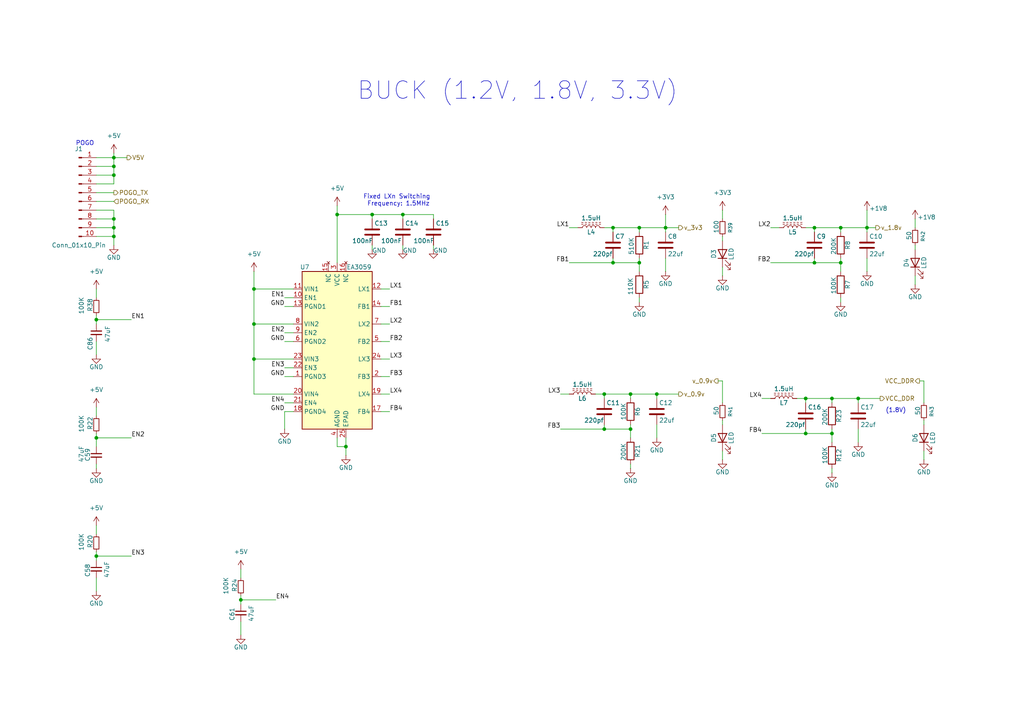
<source format=kicad_sch>
(kicad_sch (version 20250114) (generator "eeschema") (generator_version "9.0")
  (paper "A4")
  (lib_symbols
    (symbol "Connector:Conn_01x10_Pin" (pin_names (offset 1.016) (hide yes))
      (property "Reference" "J" (at 0 12.7 0))
      (property "Value" "Conn_01x10_Pin" (at 0 -15.24 0))
      (symbol "Conn_01x10_Pin_1_1"
        (rectangle (start 0.8636 10.287) (end 0 10.033) (stroke (width 0.1524)) (fill (type outline)))
        (rectangle (start 0.8636 7.747) (end 0 7.493) (stroke (width 0.1524)) (fill (type outline)))
        (rectangle (start 0.8636 5.207) (end 0 4.953) (stroke (width 0.1524)) (fill (type outline)))
        (rectangle (start 0.8636 2.667) (end 0 2.413) (stroke (width 0.1524)) (fill (type outline)))
        (rectangle (start 0.8636 0.127) (end 0 -0.127) (stroke (width 0.1524)) (fill (type outline)))
        (rectangle (start 0.8636 -2.413) (end 0 -2.667) (stroke (width 0.1524)) (fill (type outline)))
        (rectangle (start 0.8636 -4.953) (end 0 -5.207) (stroke (width 0.1524)) (fill (type outline)))
        (rectangle (start 0.8636 -7.493) (end 0 -7.747) (stroke (width 0.1524)) (fill (type outline)))
        (rectangle (start 0.8636 -10.033) (end 0 -10.287) (stroke (width 0.1524)) (fill (type outline)))
        (rectangle (start 0.8636 -12.573) (end 0 -12.827) (stroke (width 0.1524)) (fill (type outline)))
        (polyline (pts (xy 1.27 10.16) (xy 0.8636 10.16)) (stroke (width 0.1524)))
        (polyline (pts (xy 1.27 7.62) (xy 0.8636 7.62)) (stroke (width 0.1524)))
        (polyline (pts (xy 1.27 5.08) (xy 0.8636 5.08)) (stroke (width 0.1524)))
        (polyline (pts (xy 1.27 2.54) (xy 0.8636 2.54)) (stroke (width 0.1524)))
        (polyline (pts (xy 1.27 0) (xy 0.8636 0)) (stroke (width 0.1524)))
        (polyline (pts (xy 1.27 -2.54) (xy 0.8636 -2.54)) (stroke (width 0.1524)))
        (polyline (pts (xy 1.27 -5.08) (xy 0.8636 -5.08)) (stroke (width 0.1524)))
        (polyline (pts (xy 1.27 -7.62) (xy 0.8636 -7.62)) (stroke (width 0.1524)))
        (polyline (pts (xy 1.27 -10.16) (xy 0.8636 -10.16)) (stroke (width 0.1524)))
        (polyline (pts (xy 1.27 -12.7) (xy 0.8636 -12.7)) (stroke (width 0.1524)))
        (pin passive line (at 5.08 10.16 180) (length 3.81) (name "Pin_1") (number "1"))
        (pin passive line (at 5.08 7.62 180) (length 3.81) (name "Pin_2") (number "2"))
        (pin passive line (at 5.08 5.08 180) (length 3.81) (name "Pin_3") (number "3"))
        (pin passive line (at 5.08 2.54 180) (length 3.81) (name "Pin_4") (number "4"))
        (pin passive line (at 5.08 0 180) (length 3.81) (name "Pin_5") (number "5"))
        (pin passive line (at 5.08 -2.54 180) (length 3.81) (name "Pin_6") (number "6"))
        (pin passive line (at 5.08 -5.08 180) (length 3.81) (name "Pin_7") (number "7"))
        (pin passive line (at 5.08 -7.62 180) (length 3.81) (name "Pin_8") (number "8"))
        (pin passive line (at 5.08 -10.16 180) (length 3.81) (name "Pin_9") (number "9"))
        (pin passive line (at 5.08 -12.7 180) (length 3.81) (name "Pin_10") (number "10"))
      )
    )
    (symbol "Device:C" (pin_numbers (hide yes)) (pin_names (offset 0.254))
      (property "Reference" "C" (at 0.635 2.54 0))
      (property "Value" "C" (at 0.635 -2.54 0))
      (symbol "C_0_1"
        (polyline (pts (xy -2.032 0.762) (xy 2.032 0.762)) (stroke (width 0.508)))
        (polyline (pts (xy -2.032 -0.762) (xy 2.032 -0.762)) (stroke (width 0.508)))
      )
      (symbol "C_1_1"
        (pin passive line (at 0 3.81 270) (length 2.794) (name "~") (number "1"))
        (pin passive line (at 0 -3.81 90) (length 2.794) (name "~") (number "2"))
      )
    )
    (symbol "Device:C_Small" (pin_numbers (hide yes)) (pin_names (offset 0.254) (hide yes))
      (property "Reference" "C" (at 0.254 1.778 0))
      (property "Value" "C_Small" (at 0.254 -2.032 0))
      (symbol "C_Small_0_1"
        (polyline (pts (xy -1.524 0.508) (xy 1.524 0.508)) (stroke (width 0.3048)))
        (polyline (pts (xy -1.524 -0.508) (xy 1.524 -0.508)) (stroke (width 0.3302)))
      )
      (symbol "C_Small_1_1"
        (pin passive line (at 0 2.54 270) (length 2.032) (name "~") (number "1"))
        (pin passive line (at 0 -2.54 90) (length 2.032) (name "~") (number "2"))
      )
    )
    (symbol "Device:LED" (pin_numbers (hide yes)) (pin_names (offset 1.016) (hide yes))
      (property "Reference" "D" (at 0 2.54 0))
      (property "Value" "LED" (at 0 -2.54 0))
      (symbol "LED_0_1"
        (polyline (pts (xy -3.048 -0.762) (xy -4.572 -2.286) (xy -3.81 -2.286) (xy -4.572 -2.286) (xy -4.572 -1.524)))
        (polyline (pts (xy -1.778 -0.762) (xy -3.302 -2.286) (xy -2.54 -2.286) (xy -3.302 -2.286) (xy -3.302 -1.524)))
        (polyline (pts (xy -1.27 0) (xy 1.27 0)))
        (polyline (pts (xy -1.27 -1.27) (xy -1.27 1.27)) (stroke (width 0.254)))
        (polyline (pts (xy 1.27 -1.27) (xy 1.27 1.27) (xy -1.27 0) (xy 1.27 -1.27)) (stroke (width 0.254)))
      )
      (symbol "LED_1_1"
        (pin passive line (at -3.81 0 0) (length 2.54) (name "K") (number "1"))
        (pin passive line (at 3.81 0 180) (length 2.54) (name "A") (number "2"))
      )
    )
    (symbol "Device:L_Ferrite" (pin_numbers (hide yes)) (pin_names (offset 1.016) (hide yes))
      (property "Reference" "L" (at -1.27 0 90))
      (property "Value" "L_Ferrite" (at 2.794 0 90))
      (symbol "L_Ferrite_0_1"
        (arc (start 0 2.54) (mid 0.6323 1.905) (end 0 1.27))
        (arc (start 0 1.27) (mid 0.6323 0.635) (end 0 0))
        (arc (start 0 0) (mid 0.6323 -0.635) (end 0 -1.27))
        (arc (start 0 -1.27) (mid 0.6323 -1.905) (end 0 -2.54))
        (polyline (pts (xy 1.016 2.286) (xy 1.016 2.794)))
        (polyline (pts (xy 1.016 1.27) (xy 1.016 1.778)))
        (polyline (pts (xy 1.016 0.254) (xy 1.016 0.762)))
        (polyline (pts (xy 1.016 -0.762) (xy 1.016 -0.254)))
        (polyline (pts (xy 1.016 -1.778) (xy 1.016 -1.27)))
        (polyline (pts (xy 1.016 -2.794) (xy 1.016 -2.286)))
        (polyline (pts (xy 1.524 2.794) (xy 1.524 2.286)))
        (polyline (pts (xy 1.524 1.778) (xy 1.524 1.27)))
        (polyline (pts (xy 1.524 0.762) (xy 1.524 0.254)))
        (polyline (pts (xy 1.524 -0.254) (xy 1.524 -0.762)))
        (polyline (pts (xy 1.524 -1.27) (xy 1.524 -1.778)))
        (polyline (pts (xy 1.524 -2.286) (xy 1.524 -2.794)))
      )
      (symbol "L_Ferrite_1_1"
        (pin passive line (at 0 3.81 270) (length 1.27) (name "1") (number "1"))
        (pin passive line (at 0 -3.81 90) (length 1.27) (name "2") (number "2"))
      )
    )
    (symbol "Device:R" (pin_numbers (hide yes)) (pin_names (offset 0))
      (property "Reference" "R" (at 2.032 0 90))
      (property "Value" "R" (at 0 0 90))
      (symbol "R_0_1"
        (rectangle (start -1.016 -2.54) (end 1.016 2.54) (stroke (width 0.254)))
      )
      (symbol "R_1_1"
        (pin passive line (at 0 3.81 270) (length 1.27) (name "~") (number "1"))
        (pin passive line (at 0 -3.81 90) (length 1.27) (name "~") (number "2"))
      )
    )
    (symbol "Device:R_Small" (pin_numbers (hide yes)) (pin_names (offset 0.254) (hide yes))
      (property "Reference" "R" (at 0.762 0.508 0))
      (property "Value" "R_Small" (at 0.762 -1.016 0))
      (symbol "R_Small_0_1"
        (rectangle (start -0.762 1.778) (end 0.762 -1.778) (stroke (width 0.2032)))
      )
      (symbol "R_Small_1_1"
        (pin passive line (at 0 2.54 270) (length 0.762) (name "~") (number "1"))
        (pin passive line (at 0 -2.54 90) (length 0.762) (name "~") (number "2"))
      )
    )
    (symbol "R_Small_3" (pin_numbers (hide yes)) (pin_names (offset 0.254) (hide yes))
      (property "Reference" "R" (at 0 0 90))
      (property "Value" "R_Small" (at 1.778 0 90))
      (symbol "R_Small_3_0_1"
        (rectangle (start -0.762 1.778) (end 0.762 -1.778) (stroke (width 0.2032)))
      )
      (symbol "R_Small_3_1_1"
        (pin passive line (at 0 2.54 270) (length 0.762) (name "~") (number "1"))
        (pin passive line (at 0 -2.54 90) (length 0.762) (name "~") (number "2"))
      )
    )
    (symbol "pondo_sch:EA3059"
      (property "Reference" "U7" (at -9.398 24.13 0))
      (property "Value" "EA3059" (at 6.35 24.13 0))
      (property "#LCSC" "C111586" (at 0 0 0))
      (symbol "EA3059_1_1"
        (rectangle (start -10.16 22.86) (end 10.16 -22.86) (stroke (width 0.254)) (fill (type background)))
        (pin power_in line (at -12.7 17.78 0) (length 2.54) (name "VIN1") (number "11"))
        (pin input line (at -12.7 15.24 0) (length 2.54) (name "EN1") (number "10"))
        (pin power_in line (at -12.7 12.7 0) (length 2.54) (name "PGND1") (number "13"))
        (pin power_in line (at -12.7 7.62 0) (length 2.54) (name "VIN2") (number "8"))
        (pin input line (at -12.7 5.08 0) (length 2.54) (name "EN2") (number "9"))
        (pin power_in line (at -12.7 2.54 0) (length 2.54) (name "PGND2") (number "6"))
        (pin power_in line (at -12.7 -2.54 0) (length 2.54) (name "VIN3") (number "23"))
        (pin input line (at -12.7 -5.08 0) (length 2.54) (name "EN3") (number "22"))
        (pin power_in line (at -12.7 -7.62 0) (length 2.54) (name "PGND3") (number "1"))
        (pin power_in line (at -12.7 -12.7 0) (length 2.54) (name "VIN4") (number "20"))
        (pin input line (at -12.7 -15.24 0) (length 2.54) (name "EN4") (number "21"))
        (pin power_in line (at -12.7 -17.78 0) (length 2.54) (name "PGND4") (number "18"))
        (pin no_connect line (at -5.08 -22.86 90) (length 2.54) (hide yes) (name "NC") (number "17"))
        (pin no_connect line (at -2.54 25.4 270) (length 2.54) (name "NC") (number "15"))
        (pin no_connect line (at -2.54 -22.86 90) (length 2.54) (hide yes) (name "NC") (number "18"))
        (pin power_in line (at 0 25.4 270) (length 2.54) (name "VCC") (number "3"))
        (pin power_in line (at 0 -25.4 90) (length 2.54) (name "AGND") (number "4"))
        (pin no_connect line (at 2.54 25.4 270) (length 2.54) (name "NC") (number "16"))
        (pin passive line (at 2.54 -25.4 90) (length 2.54) (name "EPAD") (number "25"))
        (pin power_out line (at 12.7 17.78 180) (length 2.54) (name "LX1") (number "12"))
        (pin input line (at 12.7 12.7 180) (length 2.54) (name "FB1") (number "14"))
        (pin power_out line (at 12.7 7.62 180) (length 2.54) (name "LX2") (number "7"))
        (pin input line (at 12.7 2.54 180) (length 2.54) (name "FB2") (number "5"))
        (pin power_out line (at 12.7 -2.54 180) (length 2.54) (name "LX3") (number "24"))
        (pin input line (at 12.7 -7.62 180) (length 2.54) (name "FB3") (number "2"))
        (pin power_out line (at 12.7 -12.7 180) (length 2.54) (name "LX4") (number "19"))
        (pin input line (at 12.7 -17.78 180) (length 2.54) (name "FB4") (number "17"))
      )
    )
    (symbol "power:+1V8" (power) (pin_numbers (hide yes)) (pin_names (offset 0) (hide yes))
      (property "Value" "+1V8" (at 0 3.556 0))
      (symbol "+1V8_0_1"
        (polyline (pts (xy -0.762 1.27) (xy 0 2.54)))
        (polyline (pts (xy 0 2.54) (xy 0.762 1.27)))
        (polyline (pts (xy 0 0) (xy 0 2.54)))
      )
      (symbol "+1V8_1_1"
        (pin power_in line (at 0 0 90) (length 0) (name "~") (number "1"))
      )
    )
    (symbol "power:+3V3" (power) (pin_numbers (hide yes)) (pin_names (offset 0) (hide yes))
      (property "Value" "+3V3" (at 0 3.556 0))
      (symbol "+3V3_0_1"
        (polyline (pts (xy -0.762 1.27) (xy 0 2.54)))
        (polyline (pts (xy 0 2.54) (xy 0.762 1.27)))
        (polyline (pts (xy 0 0) (xy 0 2.54)))
      )
      (symbol "+3V3_1_1"
        (pin power_in line (at 0 0 90) (length 0) (name "~") (number "1"))
      )
    )
    (symbol "power:+5V" (power) (pin_numbers (hide yes)) (pin_names (offset 0) (hide yes))
      (property "Value" "+5V" (at 0 3.556 0))
      (symbol "+5V_0_1"
        (polyline (pts (xy -0.762 1.27) (xy 0 2.54)))
        (polyline (pts (xy 0 2.54) (xy 0.762 1.27)))
        (polyline (pts (xy 0 0) (xy 0 2.54)))
      )
      (symbol "+5V_1_1"
        (pin power_in line (at 0 0 90) (length 0) (name "~") (number "1"))
      )
    )
    (symbol "power:GND" (power) (pin_numbers (hide yes)) (pin_names (offset 0) (hide yes))
      (property "Value" "GND" (at 0 -3.81 0))
      (symbol "GND_0_1"
        (polyline (pts (xy 0 0) (xy 0 -1.27) (xy 1.27 -1.27) (xy 0 -2.54) (xy -1.27 -1.27) (xy 0 -1.27)))
      )
      (symbol "GND_1_1"
        (pin power_in line (at 0 0 270) (length 0) (name "~") (number "1"))
      )
    )
  )
  (text "BUCK (1.2V, 1.8V, 3.3V)" (at 150.114 26.416 0) (effects (font (size 5.08 5.08))))
  (text "Fixed LXn Switching \nFrequency: 1.5MHz" (at 115.57 58.166 0) (effects (font (size 1.27 1.27))))
  (text "(1.8V)\n" (at 259.842 119.126 0) (effects (font (size 1.27 1.27))))
  (text "POGO\n" (at 24.638 41.656 0) (effects (font (size 1.27 1.27))))
  (junction (at 233.68 115.57))
  (junction (at 185.42 66.04))
  (junction (at 33.02 50.8))
  (junction (at 100.33 129.54))
  (junction (at 241.3 125.73))
  (junction (at 190.5 114.3))
  (junction (at 175.26 114.3))
  (junction (at 116.84 62.23))
  (junction (at 27.94 127))
  (junction (at 33.02 66.04))
  (junction (at 251.46 66.04))
  (junction (at 233.68 125.73))
  (junction (at 182.88 114.3))
  (junction (at 177.8 76.2))
  (junction (at 33.02 68.58))
  (junction (at 182.88 124.46))
  (junction (at 97.79 62.23))
  (junction (at 243.84 66.04))
  (junction (at 73.66 83.82))
  (junction (at 73.66 93.98))
  (junction (at 241.3 115.57))
  (junction (at 33.02 63.5))
  (junction (at 248.92 115.57))
  (junction (at 177.8 66.04))
  (junction (at 243.84 76.2))
  (junction (at 73.66 104.14))
  (junction (at 33.02 45.72))
  (junction (at 236.22 66.04))
  (junction (at 33.02 48.26))
  (junction (at 107.95 62.23))
  (junction (at 69.85 173.99))
  (junction (at 236.22 76.2))
  (junction (at 27.94 92.71))
  (junction (at 185.42 76.2))
  (junction (at 27.94 161.29))
  (junction (at 175.26 124.46))
  (junction (at 193.04 66.04))
  (wire (pts (xy 82.55 119.38) (xy 85.09 119.38)))
  (wire (pts (xy 27.94 92.71) (xy 27.94 93.98)))
  (wire (pts (xy 82.55 99.06) (xy 85.09 99.06)))
  (wire (pts (xy 265.43 80.01) (xy 265.43 82.55)))
  (wire (pts (xy 27.94 68.58) (xy 33.02 68.58)))
  (wire (pts (xy 33.02 68.58) (xy 33.02 71.12)))
  (wire (pts (xy 220.98 115.57) (xy 223.52 115.57)))
  (wire (pts (xy 125.73 62.23) (xy 116.84 62.23)))
  (wire (pts (xy 251.46 66.04) (xy 254 66.04)))
  (wire (pts (xy 177.8 76.2) (xy 185.42 76.2)))
  (wire (pts (xy 27.94 127) (xy 27.94 129.54)))
  (wire (pts (xy 27.94 167.64) (xy 27.94 171.45)))
  (wire (pts (xy 110.49 83.82) (xy 113.03 83.82)))
  (wire (pts (xy 33.02 45.72) (xy 33.02 48.26)))
  (wire (pts (xy 110.49 88.9) (xy 113.03 88.9)))
  (wire (pts (xy 27.94 55.88) (xy 33.02 55.88)))
  (wire (pts (xy 82.55 116.84) (xy 85.09 116.84)))
  (wire (pts (xy 251.46 60.96) (xy 251.46 66.04)))
  (wire (pts (xy 190.5 114.3) (xy 182.88 114.3)))
  (wire (pts (xy 209.55 110.49) (xy 209.55 116.84)))
  (wire (pts (xy 27.94 160.02) (xy 27.94 161.29)))
  (wire (pts (xy 182.88 124.46) (xy 182.88 123.19)))
  (wire (pts (xy 241.3 135.89) (xy 241.3 137.16)))
  (wire (pts (xy 82.55 88.9) (xy 85.09 88.9)))
  (wire (pts (xy 175.26 123.19) (xy 175.26 124.46)))
  (wire (pts (xy 267.97 121.92) (xy 267.97 123.19)))
  (wire (pts (xy 73.66 93.98) (xy 73.66 83.82)))
  (wire (pts (xy 27.94 83.82) (xy 27.94 86.36)))
  (wire (pts (xy 85.09 93.98) (xy 73.66 93.98)))
  (wire (pts (xy 33.02 66.04) (xy 33.02 68.58)))
  (wire (pts (xy 223.52 76.2) (xy 236.22 76.2)))
  (wire (pts (xy 27.94 50.8) (xy 33.02 50.8)))
  (wire (pts (xy 107.95 63.5) (xy 107.95 62.23)))
  (wire (pts (xy 69.85 180.34) (xy 69.85 184.15)))
  (wire (pts (xy 236.22 66.04) (xy 236.22 67.31)))
  (wire (pts (xy 85.09 114.3) (xy 73.66 114.3)))
  (wire (pts (xy 69.85 173.99) (xy 69.85 175.26)))
  (wire (pts (xy 193.04 66.04) (xy 185.42 66.04)))
  (wire (pts (xy 27.94 60.96) (xy 33.02 60.96)))
  (wire (pts (xy 241.3 125.73) (xy 241.3 128.27)))
  (wire (pts (xy 190.5 115.57) (xy 190.5 114.3)))
  (wire (pts (xy 248.92 115.57) (xy 241.3 115.57)))
  (wire (pts (xy 251.46 67.31) (xy 251.46 66.04)))
  (wire (pts (xy 100.33 129.54) (xy 100.33 132.08)))
  (wire (pts (xy 241.3 125.73) (xy 241.3 124.46)))
  (wire (pts (xy 27.94 118.11) (xy 27.94 120.65)))
  (wire (pts (xy 220.98 125.73) (xy 233.68 125.73)))
  (wire (pts (xy 165.1 76.2) (xy 177.8 76.2)))
  (wire (pts (xy 162.56 124.46) (xy 175.26 124.46)))
  (wire (pts (xy 97.79 129.54) (xy 100.33 129.54)))
  (wire (pts (xy 82.55 106.68) (xy 85.09 106.68)))
  (wire (pts (xy 165.1 66.04) (xy 167.64 66.04)))
  (wire (pts (xy 243.84 76.2) (xy 243.84 78.74)))
  (wire (pts (xy 110.49 109.22) (xy 113.03 109.22)))
  (wire (pts (xy 241.3 116.84) (xy 241.3 115.57)))
  (wire (pts (xy 175.26 66.04) (xy 177.8 66.04)))
  (wire (pts (xy 33.02 60.96) (xy 33.02 63.5)))
  (wire (pts (xy 27.94 127) (xy 38.1 127)))
  (wire (pts (xy 73.66 83.82) (xy 85.09 83.82)))
  (wire (pts (xy 265.43 71.12) (xy 265.43 72.39)))
  (wire (pts (xy 82.55 86.36) (xy 85.09 86.36)))
  (wire (pts (xy 116.84 63.5) (xy 116.84 62.23)))
  (wire (pts (xy 209.55 110.49) (xy 208.28 110.49)))
  (wire (pts (xy 125.73 71.12) (xy 125.73 72.39)))
  (wire (pts (xy 97.79 59.69) (xy 97.79 62.23)))
  (wire (pts (xy 251.46 66.04) (xy 243.84 66.04)))
  (wire (pts (xy 231.14 115.57) (xy 233.68 115.57)))
  (wire (pts (xy 233.68 115.57) (xy 233.68 116.84)))
  (wire (pts (xy 177.8 74.93) (xy 177.8 76.2)))
  (wire (pts (xy 233.68 66.04) (xy 236.22 66.04)))
  (wire (pts (xy 107.95 71.12) (xy 107.95 72.39)))
  (wire (pts (xy 97.79 127) (xy 97.79 129.54)))
  (wire (pts (xy 193.04 67.31) (xy 193.04 66.04)))
  (wire (pts (xy 182.88 134.62) (xy 182.88 135.89)))
  (wire (pts (xy 241.3 115.57) (xy 233.68 115.57)))
  (wire (pts (xy 27.94 161.29) (xy 27.94 162.56)))
  (wire (pts (xy 33.02 50.8) (xy 33.02 53.34)))
  (wire (pts (xy 175.26 114.3) (xy 175.26 115.57)))
  (wire (pts (xy 267.97 110.49) (xy 267.97 116.84)))
  (wire (pts (xy 193.04 74.93) (xy 193.04 78.74)))
  (wire (pts (xy 73.66 114.3) (xy 73.66 104.14)))
  (wire (pts (xy 73.66 104.14) (xy 73.66 93.98)))
  (wire (pts (xy 193.04 66.04) (xy 196.85 66.04)))
  (wire (pts (xy 107.95 62.23) (xy 116.84 62.23)))
  (wire (pts (xy 69.85 165.1) (xy 69.85 167.64)))
  (wire (pts (xy 209.55 121.92) (xy 209.55 123.19)))
  (wire (pts (xy 107.95 62.23) (xy 97.79 62.23)))
  (wire (pts (xy 125.73 63.5) (xy 125.73 62.23)))
  (wire (pts (xy 110.49 93.98) (xy 113.03 93.98)))
  (wire (pts (xy 27.94 63.5) (xy 33.02 63.5)))
  (wire (pts (xy 36.83 45.72) (xy 33.02 45.72)))
  (wire (pts (xy 172.72 114.3) (xy 175.26 114.3)))
  (wire (pts (xy 267.97 110.49) (xy 266.7 110.49)))
  (wire (pts (xy 243.84 76.2) (xy 243.84 74.93)))
  (wire (pts (xy 193.04 62.23) (xy 193.04 66.04)))
  (wire (pts (xy 243.84 67.31) (xy 243.84 66.04)))
  (wire (pts (xy 233.68 125.73) (xy 241.3 125.73)))
  (wire (pts (xy 110.49 119.38) (xy 113.03 119.38)))
  (wire (pts (xy 185.42 76.2) (xy 185.42 74.93)))
  (wire (pts (xy 27.94 134.62) (xy 27.94 135.89)))
  (wire (pts (xy 27.94 91.44) (xy 27.94 92.71)))
  (wire (pts (xy 223.52 66.04) (xy 226.06 66.04)))
  (wire (pts (xy 209.55 130.81) (xy 209.55 133.35)))
  (wire (pts (xy 243.84 66.04) (xy 236.22 66.04)))
  (wire (pts (xy 267.97 130.81) (xy 267.97 133.35)))
  (wire (pts (xy 248.92 124.46) (xy 248.92 128.27)))
  (wire (pts (xy 82.55 124.46) (xy 82.55 119.38)))
  (wire (pts (xy 236.22 74.93) (xy 236.22 76.2)))
  (wire (pts (xy 182.88 114.3) (xy 175.26 114.3)))
  (wire (pts (xy 265.43 63.5) (xy 265.43 66.04)))
  (wire (pts (xy 190.5 114.3) (xy 196.85 114.3)))
  (wire (pts (xy 85.09 104.14) (xy 73.66 104.14)))
  (wire (pts (xy 27.94 58.42) (xy 33.02 58.42)))
  (wire (pts (xy 27.94 48.26) (xy 33.02 48.26)))
  (wire (pts (xy 185.42 76.2) (xy 185.42 78.74)))
  (wire (pts (xy 110.49 114.3) (xy 113.03 114.3)))
  (wire (pts (xy 185.42 66.04) (xy 177.8 66.04)))
  (wire (pts (xy 182.88 124.46) (xy 182.88 127)))
  (wire (pts (xy 251.46 74.93) (xy 251.46 78.74)))
  (wire (pts (xy 243.84 86.36) (xy 243.84 87.63)))
  (wire (pts (xy 100.33 127) (xy 100.33 129.54)))
  (wire (pts (xy 27.94 45.72) (xy 33.02 45.72)))
  (wire (pts (xy 185.42 67.31) (xy 185.42 66.04)))
  (wire (pts (xy 27.94 125.73) (xy 27.94 127)))
  (wire (pts (xy 33.02 63.5) (xy 33.02 66.04)))
  (wire (pts (xy 33.02 53.34) (xy 27.94 53.34)))
  (wire (pts (xy 209.55 68.58) (xy 209.55 69.85)))
  (wire (pts (xy 33.02 44.45) (xy 33.02 45.72)))
  (wire (pts (xy 73.66 78.74) (xy 73.66 83.82)))
  (wire (pts (xy 248.92 116.84) (xy 248.92 115.57)))
  (wire (pts (xy 82.55 96.52) (xy 85.09 96.52)))
  (wire (pts (xy 27.94 66.04) (xy 33.02 66.04)))
  (wire (pts (xy 209.55 77.47) (xy 209.55 80.01)))
  (wire (pts (xy 27.94 161.29) (xy 38.1 161.29)))
  (wire (pts (xy 162.56 114.3) (xy 165.1 114.3)))
  (wire (pts (xy 175.26 124.46) (xy 182.88 124.46)))
  (wire (pts (xy 248.92 115.57) (xy 255.27 115.57)))
  (wire (pts (xy 110.49 104.14) (xy 113.03 104.14)))
  (wire (pts (xy 236.22 76.2) (xy 243.84 76.2)))
  (wire (pts (xy 97.79 62.23) (xy 97.79 76.2)))
  (wire (pts (xy 27.94 99.06) (xy 27.94 102.87)))
  (wire (pts (xy 82.55 109.22) (xy 85.09 109.22)))
  (wire (pts (xy 209.55 60.96) (xy 209.55 63.5)))
  (wire (pts (xy 69.85 173.99) (xy 80.01 173.99)))
  (wire (pts (xy 110.49 99.06) (xy 113.03 99.06)))
  (wire (pts (xy 27.94 92.71) (xy 38.1 92.71)))
  (wire (pts (xy 190.5 123.19) (xy 190.5 127)))
  (wire (pts (xy 185.42 86.36) (xy 185.42 87.63)))
  (wire (pts (xy 27.94 152.4) (xy 27.94 154.94)))
  (wire (pts (xy 116.84 71.12) (xy 116.84 72.39)))
  (wire (pts (xy 33.02 48.26) (xy 33.02 50.8)))
  (wire (pts (xy 233.68 124.46) (xy 233.68 125.73)))
  (wire (pts (xy 182.88 115.57) (xy 182.88 114.3)))
  (wire (pts (xy 177.8 66.04) (xy 177.8 67.31)))
  (wire (pts (xy 69.85 172.72) (xy 69.85 173.99)))
  (label "EN2" (at 38.1 127 0))
  (label "GND" (at 82.55 88.9 180))
  (label "GND" (at 82.55 119.38 180))
  (label "EN1" (at 82.55 86.36 180))
  (label "EN4" (at 82.55 116.84 180))
  (label "LX3" (at 162.56 114.3 180))
  (label "FB2" (at 113.03 99.06 0))
  (label "GND" (at 82.55 109.22 180))
  (label "EN4" (at 80.01 173.99 0))
  (label "FB3" (at 162.56 124.46 180))
  (label "LX1" (at 165.1 66.04 180))
  (label "FB4" (at 113.03 119.38 0))
  (label "LX1" (at 113.03 83.82 0))
  (label "FB1" (at 165.1 76.2 180))
  (label "EN2" (at 82.55 96.52 180))
  (label "FB4" (at 220.98 125.73 180))
  (label "LX4" (at 220.98 115.57 180))
  (label "LX2" (at 113.03 93.98 0))
  (label "LX3" (at 113.03 104.14 0))
  (label "FB2" (at 223.52 76.2 180))
  (label "EN1" (at 38.1 92.71 0))
  (label "FB3" (at 113.03 109.22 0))
  (label "LX4" (at 113.03 114.3 0))
  (label "EN3" (at 82.55 106.68 180))
  (label "GND" (at 82.55 99.06 180))
  (label "LX2" (at 223.52 66.04 180))
  (label "EN3" (at 38.1 161.29 0))
  (label "FB1" (at 113.03 88.9 0))
  (hierarchical_label "v_3v3" (shape output) (at 196.85 66.04 0))
  (hierarchical_label "v_0.9v" (shape output) (at 208.28 110.49 180))
  (hierarchical_label "v_1.8v" (shape output) (at 254 66.04 0))
  (hierarchical_label "v_0.9v" (shape output) (at 196.85 114.3 0))
  (hierarchical_label "POGO_RX" (shape input) (at 33.02 58.42 0))
  (hierarchical_label "VCC_DDR" (shape output) (at 266.7 110.49 180))
  (hierarchical_label "POGO_TX" (shape output) (at 33.02 55.88 0))
  (hierarchical_label "V5V" (shape output) (at 36.83 45.72 0))
  (hierarchical_label "VCC_DDR" (shape output) (at 255.27 115.57 0))
  (symbol (lib_id "Device:C") (at 116.84 67.31 0) (unit 1)
    (property "Reference" "C14" (at 117.475 64.77 0) (effects (justify left)))
    (property "Value" "100nF" (at 110.49 69.85 0) (effects (justify left)))
    (property "Footprint" "Capacitor_SMD:C_0402_1005Metric_Pad0.74x0.62mm_HandSolder" (effects (hide yes)))
    (property "Description" "Unpolarized capacitor" (effects (hide yes)))
    (property "LCSC#" "C77020" (effects (hide yes)))
  )
  (symbol (lib_id "Device:R_Small") (at 27.94 123.19 180) (unit 1)
    (property "Reference" "R22" (at 26.162 124.714 90) (effects (justify right)))
    (property "Value" "100K" (at 23.622 125.476 90) (effects (justify right)))
    (property "Footprint" "Resistor_SMD:R_0402_1005Metric_Pad0.72x0.64mm_HandSolder" (effects (hide yes)))
    (property "Description" "Resistor, small symbol" (effects (hide yes)))
    (property "LCSC#" "C844674" (effects (hide yes)))
  )
  (symbol (lib_id "Device:C_Small") (at 27.94 96.52 0) (unit 1)
    (property "Reference" "C86" (at 26.162 101.6 90) (effects (justify left)))
    (property "Value" "47uF" (at 31.242 99.314 90) (effects (justify left)))
    (property "Footprint" "Capacitor_SMD:C_0603_1608Metric" (effects (hide yes)))
    (property "Description" "Unpolarized capacitor, small symbol" (effects (hide yes)))
    (property "LCSC#" "C140782" (effects (hide yes)))
  )
  (symbol (lib_id "Device:L_Ferrite") (at 227.33 115.57 90) (unit 1)
    (property "Reference" "L7" (at 227.33 116.84 90))
    (property "Value" "1.5uH" (at 227.33 112.776 90))
    (property "Footprint" "Inductor_SMD:L_1008_2520Metric" (effects (hide yes)))
    (property "Description" "Inductor with ferrite core" (effects (hide yes)))
    (property "proveedor " "DFE252012PD-1R5M=P2 " (effects (hide yes)))
    (property "LCSC#" "C7427193" (effects (hide yes)))
  )
  (symbol (lib_id "power:GND") (at 209.55 133.35 0) (unit 1)
    (property "Reference" "#PWR078" (effects (hide yes)))
    (property "Value" "GND" (at 209.55 136.906 0))
    (property "Description" "Power symbol creates a global label with name \"GND\" , ground" (effects (hide yes)))
  )
  (symbol (lib_id "Device:R") (at 241.3 132.08 0) (unit 1)
    (property "Reference" "R12" (at 243.332 132.08 90))
    (property "Value" "100K" (at 239.268 132.08 90))
    (property "Footprint" "Resistor_SMD:R_0402_1005Metric_Pad0.72x0.64mm_HandSolder" (effects (hide yes)))
    (property "Description" "Resistor" (effects (hide yes)))
    (property "LCSC#" "C844674" (effects (hide yes)))
  )
  (symbol (lib_id "Device:C") (at 107.95 67.31 0) (unit 1)
    (property "Reference" "C13" (at 108.585 64.77 0) (effects (justify left)))
    (property "Value" "100nF" (at 102.108 69.85 0) (effects (justify left)))
    (property "Footprint" "Capacitor_SMD:C_0402_1005Metric_Pad0.74x0.62mm_HandSolder" (effects (hide yes)))
    (property "Description" "Unpolarized capacitor" (effects (hide yes)))
    (property "LCSC#" "C77020" (effects (hide yes)))
  )
  (symbol (lib_id "Device:C") (at 125.73 67.31 0) (unit 1)
    (property "Reference" "C15" (at 126.365 64.77 0) (effects (justify left)))
    (property "Value" "100nF" (at 119.888 69.85 0) (effects (justify left)))
    (property "Footprint" "Capacitor_SMD:C_0402_1005Metric_Pad0.74x0.62mm_HandSolder" (effects (hide yes)))
    (property "Description" "Unpolarized capacitor" (effects (hide yes)))
    (property "LCSC#" "C77020" (effects (hide yes)))
  )
  (symbol (lib_id "Device:R_Small") (at 69.85 170.18 180) (unit 1)
    (property "Reference" "R24" (at 68.072 171.704 90) (effects (justify right)))
    (property "Value" "100K" (at 65.532 172.466 90) (effects (justify right)))
    (property "Footprint" "Resistor_SMD:R_0402_1005Metric_Pad0.72x0.64mm_HandSolder" (effects (hide yes)))
    (property "Description" "Resistor, small symbol" (effects (hide yes)))
    (property "LCSC#" "C844674" (effects (hide yes)))
  )
  (symbol (lib_id "Device:R_Small") (at 27.94 88.9 180) (unit 1)
    (property "Reference" "R38" (at 26.162 90.424 90) (effects (justify right)))
    (property "Value" "100K" (at 23.622 91.186 90) (effects (justify right)))
    (property "Footprint" "Resistor_SMD:R_0402_1005Metric_Pad0.72x0.64mm_HandSolder" (effects (hide yes)))
    (property "Description" "Resistor, small symbol" (effects (hide yes)))
    (property "LCSC#" "C844674" (effects (hide yes)))
  )
  (symbol (lib_id "power:GND") (at 241.3 137.16 0) (unit 1)
    (property "Reference" "#PWR0107" (effects (hide yes)))
    (property "Value" "GND" (at 241.3 140.716 0))
    (property "Description" "Power symbol creates a global label with name \"GND\" , ground" (effects (hide yes)))
  )
  (symbol (lib_id "Device:C") (at 177.8 71.12 0) (unit 1)
    (property "Reference" "C7" (at 178.435 68.58 0) (effects (justify left)))
    (property "Value" "220pf" (at 171.958 73.66 0) (effects (justify left)))
    (property "Footprint" "Capacitor_SMD:C_0402_1005Metric_Pad0.74x0.62mm_HandSolder" (effects (hide yes)))
    (property "Description" "Unpolarized capacitor" (effects (hide yes)))
    (property "LCSC#" "C327000" (effects (hide yes)))
  )
  (symbol (lib_id "Device:L_Ferrite") (at 168.91 114.3 90) (unit 1)
    (property "Reference" "L6" (at 168.91 115.57 90))
    (property "Value" "1.5uH" (at 168.91 111.506 90))
    (property "Footprint" "Inductor_SMD:L_1008_2520Metric" (effects (hide yes)))
    (property "Description" "Inductor with ferrite core" (effects (hide yes)))
    (property "proveedor " "DFE252012PD-1R5M=P2 " (effects (hide yes)))
    (property "LCSC#" "C7427193" (effects (hide yes)))
  )
  (symbol (lib_id "Device:C") (at 193.04 71.12 0) (unit 1)
    (property "Reference" "C8" (at 193.675 68.58 0) (effects (justify left)))
    (property "Value" "22uf" (at 193.675 73.66 0) (effects (justify left)))
    (property "Footprint" "Capacitor_SMD:C_0402_1005Metric_Pad0.74x0.62mm_HandSolder" (effects (hide yes)))
    (property "Description" "Unpolarized capacitor" (effects (hide yes)))
    (property "manf#" "GRM155R60J226ME11D" (effects (hide yes)))
    (property "LCSC#" "C415703" (effects (hide yes)))
  )
  (symbol (lib_id "power:GND") (at 116.84 72.39 0) (unit 1)
    (property "Reference" "#PWR0110" (effects (hide yes)))
    (property "Value" "GND" (at 118.872 72.644 0))
    (property "Description" "Power symbol creates a global label with name \"GND\" , ground" (effects (hide yes)))
  )
  (symbol (lib_id "Device:LED") (at 209.55 127 90) (unit 1)
    (property "Reference" "D5" (at 207.01 127 0))
    (property "Value" "LED" (at 212.09 127 0))
    (property "Footprint" "LED_SMD:LED_0603_1608Metric" (effects (hide yes)))
    (property "Description" "Light emitting diode" (effects (hide yes)))
    (property "Sim.Pins" "1=K 2=A" (effects (hide yes)))
    (property "LCSC#" "C375573" (effects (hide yes)))
  )
  (symbol (lib_id "power:GND") (at 265.43 82.55 0) (unit 1)
    (property "Reference" "#PWR077" (effects (hide yes)))
    (property "Value" "GND" (at 265.43 86.106 0))
    (property "Description" "Power symbol creates a global label with name \"GND\" , ground" (effects (hide yes)))
  )
  (symbol (lib_id "power:+5V") (at 27.94 83.82 0) (unit 1)
    (property "Reference" "#PWR084" (effects (hide yes)))
    (property "Value" "+5V" (at 27.94 78.74 0))
    (property "Description" "Power symbol creates a global label with name \"+5V\"" (effects (hide yes)))
  )
  (symbol (lib_id "Device:LED") (at 267.97 127 90) (unit 1)
    (property "Reference" "D6" (at 265.43 127 0))
    (property "Value" "LED" (at 270.51 127 0))
    (property "Footprint" "LED_SMD:LED_0603_1608Metric" (effects (hide yes)))
    (property "Description" "Light emitting diode" (effects (hide yes)))
    (property "Sim.Pins" "1=K 2=A" (effects (hide yes)))
    (property "LCSC#" "C375573" (effects (hide yes)))
  )
  (symbol (lib_id "power:GND") (at 243.84 87.63 0) (unit 1)
    (property "Reference" "#PWR097" (effects (hide yes)))
    (property "Value" "GND" (at 243.84 91.186 0))
    (property "Description" "Power symbol creates a global label with name \"GND\" , ground" (effects (hide yes)))
  )
  (symbol (lib_id "Device:LED") (at 265.43 76.2 90) (unit 1)
    (property "Reference" "D4" (at 262.89 76.2 0))
    (property "Value" "LED" (at 267.97 76.2 0))
    (property "Footprint" "LED_SMD:LED_0603_1608Metric" (effects (hide yes)))
    (property "Description" "Light emitting diode" (effects (hide yes)))
    (property "Sim.Pins" "1=K 2=A" (effects (hide yes)))
    (property "LCSC#" "C375573" (effects (hide yes)))
  )
  (symbol (lib_id "power:GND") (at 82.55 124.46 0) (unit 1)
    (property "Reference" "#PWR0105" (effects (hide yes)))
    (property "Value" "GND" (at 82.55 128.016 0))
    (property "Description" "Power symbol creates a global label with name \"GND\" , ground" (effects (hide yes)))
  )
  (symbol (lib_id "Device:R") (at 243.84 82.55 0) (unit 1)
    (property "Reference" "R7" (at 245.872 82.55 90))
    (property "Value" "100K" (at 241.808 82.804 90))
    (property "Footprint" "Resistor_SMD:R_0402_1005Metric_Pad0.72x0.64mm_HandSolder" (effects (hide yes)))
    (property "Description" "Resistor" (effects (hide yes)))
    (property "LCSC#" "C844674" (effects (hide yes)))
  )
  (symbol (lib_id "Device:L_Ferrite") (at 229.87 66.04 90) (unit 1)
    (property "Reference" "L5" (at 229.87 67.31 90))
    (property "Value" "1.5uH" (at 229.87 63.246 90))
    (property "Footprint" "Inductor_SMD:L_1008_2520Metric" (effects (hide yes)))
    (property "Description" "Inductor with ferrite core" (effects (hide yes)))
    (property "proveedor " "DFE252012PD-1R5M=P2 " (effects (hide yes)))
    (property "LCSC#" "C7427193" (effects (hide yes)))
  )
  (symbol (lib_id "Device:R") (at 241.3 120.65 0) (unit 1)
    (property "Reference" "R23" (at 243.332 120.65 90))
    (property "Value" "200K" (at 239.268 120.904 90))
    (property "Footprint" "Resistor_SMD:R_0402_1005Metric_Pad0.72x0.64mm_HandSolder" (effects (hide yes)))
    (property "Description" "Resistor" (effects (hide yes)))
    (property "LCSC#" "C364966" (effects (hide yes)))
  )
  (symbol (lib_id "power:GND") (at 209.55 80.01 0) (unit 1)
    (property "Reference" "#PWR076" (effects (hide yes)))
    (property "Value" "GND" (at 209.55 83.566 0))
    (property "Description" "Power symbol creates a global label with name \"GND\" , ground" (effects (hide yes)))
  )
  (symbol (lib_name "R_Small_3") (lib_id "Device:R_Small") (at 209.55 66.04 180) (unit 1)
    (property "Reference" "R39" (at 211.836 66.04 90) (effects (font (size 1.016 1.016))))
    (property "Value" "100" (at 207.772 65.786 90))
    (property "Footprint" "Resistor_SMD:R_0603_1608Metric" (effects (hide yes)))
    (property "Description" "Resistor, small symbol" (effects (hide yes)))
    (property "LCSC#" "C253328" (effects (hide yes)))
  )
  (symbol (lib_id "Device:L_Ferrite") (at 171.45 66.04 90) (unit 1)
    (property "Reference" "L4" (at 171.45 67.31 90))
    (property "Value" "1.5uH" (at 171.45 63.246 90))
    (property "Footprint" "Inductor_SMD:L_1008_2520Metric" (effects (hide yes)))
    (property "Description" "Inductor with ferrite core" (effects (hide yes)))
    (property "proveedor " "DFE252012PD-1R5M=P2 " (effects (hide yes)))
    (property "LCSC#" "C7427193" (effects (hide yes)))
  )
  (symbol (lib_id "Device:C_Small") (at 27.94 132.08 0) (unit 1)
    (property "Reference" "C59" (at 25.4 133.858 90) (effects (justify left)))
    (property "Value" "47uF" (at 23.622 134.112 90) (effects (justify left)))
    (property "Footprint" "Capacitor_SMD:C_0603_1608Metric" (effects (hide yes)))
    (property "Description" "Unpolarized capacitor, small symbol" (effects (hide yes)))
    (property "LCSC#" "C140782" (effects (hide yes)))
  )
  (symbol (lib_name "R_Small_3") (lib_id "Device:R_Small") (at 209.55 119.38 180) (unit 1)
    (property "Reference" "R41" (at 211.836 119.38 90) (effects (font (size 1.016 1.016))))
    (property "Value" "50" (at 207.772 119.126 90))
    (property "Footprint" "Resistor_SMD:R_0603_1608Metric" (effects (hide yes)))
    (property "Description" "Resistor, small symbol" (effects (hide yes)))
    (property "LCSC#" "C445802" (effects (hide yes)))
  )
  (symbol (lib_id "power:GND") (at 69.85 184.15 0) (unit 1)
    (property "Reference" "#PWR061" (effects (hide yes)))
    (property "Value" "GND" (at 69.85 187.706 0))
    (property "Description" "Power symbol creates a global label with name \"GND\" , ground" (effects (hide yes)))
  )
  (symbol (lib_id "power:GND") (at 251.46 78.74 0) (unit 1)
    (property "Reference" "#PWR098" (effects (hide yes)))
    (property "Value" "GND" (at 251.46 82.296 0))
    (property "Description" "Power symbol creates a global label with name \"GND\" , ground" (effects (hide yes)))
  )
  (symbol (lib_id "power:+5V") (at 27.94 118.11 0) (unit 1)
    (property "Reference" "#PWR059" (effects (hide yes)))
    (property "Value" "+5V" (at 27.94 113.03 0))
    (property "Description" "Power symbol creates a global label with name \"+5V\"" (effects (hide yes)))
  )
  (symbol (lib_id "power:+1V8") (at 251.46 60.96 0) (unit 1)
    (property "Reference" "#PWR0109" (effects (hide yes)))
    (property "Value" "+1V8" (at 254.762 60.452 0))
    (property "Description" "Power symbol creates a global label with name \"+1V8\"" (effects (hide yes)))
  )
  (symbol (lib_id "power:+5V") (at 27.94 152.4 0) (unit 1)
    (property "Reference" "#PWR094" (effects (hide yes)))
    (property "Value" "+5V" (at 27.94 147.32 0))
    (property "Description" "Power symbol creates a global label with name \"+5V\"" (effects (hide yes)))
  )
  (symbol (lib_id "power:GND") (at 190.5 127 0) (unit 1)
    (property "Reference" "#PWR0100" (effects (hide yes)))
    (property "Value" "GND" (at 190.5 130.556 0))
    (property "Description" "Power symbol creates a global label with name \"GND\" , ground" (effects (hide yes)))
  )
  (symbol (lib_id "power:GND") (at 125.73 72.39 0) (unit 1)
    (property "Reference" "#PWR0111" (effects (hide yes)))
    (property "Value" "GND" (at 127.762 72.644 0))
    (property "Description" "Power symbol creates a global label with name \"GND\" , ground" (effects (hide yes)))
  )
  (symbol (lib_id "power:GND") (at 107.95 72.39 0) (unit 1)
    (property "Reference" "#PWR0103" (effects (hide yes)))
    (property "Value" "GND" (at 109.982 72.644 0))
    (property "Description" "Power symbol creates a global label with name \"GND\" , ground" (effects (hide yes)))
  )
  (symbol (lib_id "Device:LED") (at 209.55 73.66 90) (unit 1)
    (property "Reference" "D3" (at 207.01 73.66 0))
    (property "Value" "LED" (at 212.09 73.66 0))
    (property "Footprint" "LED_SMD:LED_0603_1608Metric" (effects (hide yes)))
    (property "Description" "Light emitting diode" (effects (hide yes)))
    (property "Sim.Pins" "1=K 2=A" (effects (hide yes)))
    (property "LCSC#" "C375573" (effects (hide yes)))
  )
  (symbol (lib_id "power:GND") (at 193.04 78.74 0) (unit 1)
    (property "Reference" "#PWR096" (effects (hide yes)))
    (property "Value" "GND" (at 193.04 82.296 0))
    (property "Description" "Power symbol creates a global label with name \"GND\" , ground" (effects (hide yes)))
  )
  (symbol (lib_id "power:+5V") (at 33.02 44.45 0) (unit 1)
    (property "Reference" "#PWR090" (effects (hide yes)))
    (property "Value" "+5V" (at 33.02 39.37 0))
    (property "Description" "Power symbol creates a global label with name \"+5V\"" (effects (hide yes)))
  )
  (symbol (lib_id "pondo_sch:EA3059") (at 97.79 101.6 0) (unit 1)
    (property "Reference" "U7" (at 88.392 77.47 0))
    (property "Value" "EA3059" (at 104.14 77.47 0))
    (property "Footprint" "Package_DFN_QFN:VQFN-24-1EP_4x4mm_P0.5mm_EP2.5x2.5mm" (effects (hide yes)))
    (property "Datasheet" "https://www.lcsc.com/datasheet/lcsc_datasheet_2006041834_Everanalog-IC-design-EA3058QDR_C575412.pdf" (effects (hide yes)))
    (property "Description" "4-channel power management IC, 2.7..5.5V input, 1.5 MHz switching frequency, VQFN-24" (effects (hide yes)))
    (property "LCSC#" "C111586" (effects (hide yes)))
  )
  (symbol (lib_id "power:GND") (at 185.42 87.63 0) (unit 1)
    (property "Reference" "#PWR095" (effects (hide yes)))
    (property "Value" "GND" (at 185.42 91.186 0))
    (property "Description" "Power symbol creates a global label with name \"GND\" , ground" (effects (hide yes)))
  )
  (symbol (lib_id "Device:C") (at 190.5 119.38 0) (unit 1)
    (property "Reference" "C12" (at 191.135 116.84 0) (effects (justify left)))
    (property "Value" "22uf" (at 191.135 121.92 0) (effects (justify left)))
    (property "Footprint" "Capacitor_SMD:C_0402_1005Metric_Pad0.74x0.62mm_HandSolder" (effects (hide yes)))
    (property "Description" "Unpolarized capacitor" (effects (hide yes)))
    (property "manf#" "GRM155R60J226ME11D" (effects (hide yes)))
    (property "LCSC#" "C415703" (effects (hide yes)))
  )
  (symbol (lib_id "power:GND") (at 182.88 135.89 0) (unit 1)
    (property "Reference" "#PWR099" (effects (hide yes)))
    (property "Value" "GND" (at 182.88 139.446 0))
    (property "Description" "Power symbol creates a global label with name \"GND\" , ground" (effects (hide yes)))
  )
  (symbol (lib_id "Device:R") (at 185.42 82.55 0) (unit 1)
    (property "Reference" "R5" (at 187.452 82.55 90))
    (property "Value" "110K" (at 182.88 83.058 90))
    (property "Footprint" "Resistor_SMD:R_0402_1005Metric_Pad0.72x0.64mm_HandSolder" (effects (hide yes)))
    (property "Description" "Resistor" (effects (hide yes)))
    (property "manf#" "ERJ-2RKF1103X " (effects (hide yes)))
  )
  (symbol (lib_id "Device:C") (at 175.26 119.38 0) (unit 1)
    (property "Reference" "C11" (at 175.895 116.84 0) (effects (justify left)))
    (property "Value" "220pf" (at 169.418 121.92 0) (effects (justify left)))
    (property "Footprint" "Capacitor_SMD:C_0402_1005Metric_Pad0.74x0.62mm_HandSolder" (effects (hide yes)))
    (property "Description" "Unpolarized capacitor" (effects (hide yes)))
    (property "LCSC#" "C327000" (effects (hide yes)))
  )
  (symbol (lib_id "power:+5V") (at 97.79 59.69 0) (unit 1)
    (property "Reference" "#PWR0102" (effects (hide yes)))
    (property "Value" "+5V" (at 97.79 54.61 0))
    (property "Description" "Power symbol creates a global label with name \"+5V\"" (effects (hide yes)))
  )
  (symbol (lib_id "Device:C") (at 248.92 120.65 0) (unit 1)
    (property "Reference" "C17" (at 249.555 118.11 0) (effects (justify left)))
    (property "Value" "22uf" (at 249.555 123.19 0) (effects (justify left)))
    (property "Footprint" "Capacitor_SMD:C_0402_1005Metric_Pad0.74x0.62mm_HandSolder" (effects (hide yes)))
    (property "Description" "Unpolarized capacitor" (effects (hide yes)))
    (property "manf#" "GRM155R60J226ME11D" (effects (hide yes)))
    (property "LCSC#" "C415703" (effects (hide yes)))
  )
  (symbol (lib_id "Device:R") (at 185.42 71.12 0) (unit 1)
    (property "Reference" "R1" (at 187.452 71.12 90))
    (property "Value" "510K" (at 183.134 71.374 90))
    (property "Footprint" "Resistor_SMD:R_0402_1005Metric_Pad0.72x0.64mm_HandSolder" (effects (hide yes)))
    (property "Description" "Resistor" (effects (hide yes)))
    (property "LCSC#" "C365024" (effects (hide yes)))
  )
  (symbol (lib_id "power:+3V3") (at 209.55 60.96 0) (unit 1)
    (property "Reference" "#PWR0116" (effects (hide yes)))
    (property "Value" "+3V3" (at 209.55 55.88 0))
    (property "Description" "Power symbol creates a global label with name \"+3V3\"" (effects (hide yes)))
  )
  (symbol (lib_id "power:+5V") (at 69.85 165.1 0) (unit 1)
    (property "Reference" "#PWR0113" (effects (hide yes)))
    (property "Value" "+5V" (at 69.85 160.02 0))
    (property "Description" "Power symbol creates a global label with name \"+5V\"" (effects (hide yes)))
  )
  (symbol (lib_name "R_Small_3") (lib_id "Device:R_Small") (at 265.43 68.58 180) (unit 1)
    (property "Reference" "R42" (at 267.716 68.58 90) (effects (font (size 1.016 1.016))))
    (property "Value" "50" (at 263.652 68.326 90))
    (property "Footprint" "Resistor_SMD:R_0603_1608Metric" (effects (hide yes)))
    (property "Description" "Resistor, small symbol" (effects (hide yes)))
    (property "LCSC#" "C445802" (effects (hide yes)))
  )
  (symbol (lib_id "power:GND") (at 248.92 128.27 0) (unit 1)
    (property "Reference" "#PWR0108" (effects (hide yes)))
    (property "Value" "GND" (at 248.92 131.826 0))
    (property "Description" "Power symbol creates a global label with name \"GND\" , ground" (effects (hide yes)))
  )
  (symbol (lib_id "Device:R") (at 182.88 130.81 0) (unit 1)
    (property "Reference" "R21" (at 184.912 130.81 90))
    (property "Value" "200K" (at 180.848 131.064 90))
    (property "Footprint" "Resistor_SMD:R_0402_1005Metric_Pad0.72x0.64mm_HandSolder" (effects (hide yes)))
    (property "Description" "Resistor" (effects (hide yes)))
    (property "LCSC#" "C364966" (effects (hide yes)))
  )
  (symbol (lib_id "Device:C") (at 251.46 71.12 0) (unit 1)
    (property "Reference" "C10" (at 252.095 68.58 0) (effects (justify left)))
    (property "Value" "22uf" (at 252.095 73.66 0) (effects (justify left)))
    (property "Footprint" "Capacitor_SMD:C_0402_1005Metric_Pad0.74x0.62mm_HandSolder" (effects (hide yes)))
    (property "Description" "Unpolarized capacitor" (effects (hide yes)))
    (property "manf#" "GRM155R60J226ME11D" (effects (hide yes)))
    (property "LCSC#" "C415703" (effects (hide yes)))
  )
  (symbol (lib_id "power:+5V") (at 73.66 78.74 0) (unit 1)
    (property "Reference" "#PWR0101" (effects (hide yes)))
    (property "Value" "+5V" (at 73.66 73.66 0))
    (property "Description" "Power symbol creates a global label with name \"+5V\"" (effects (hide yes)))
  )
  (symbol (lib_id "Device:R") (at 243.84 71.12 0) (unit 1)
    (property "Reference" "R8" (at 245.872 71.12 90))
    (property "Value" "200K" (at 241.808 71.374 90))
    (property "Footprint" "Resistor_SMD:R_0402_1005Metric_Pad0.72x0.64mm_HandSolder" (effects (hide yes)))
    (property "Description" "Resistor" (effects (hide yes)))
    (property "LCSC#" "C364966" (effects (hide yes)))
  )
  (symbol (lib_id "power:+3V3") (at 193.04 62.23 0) (unit 1)
    (property "Reference" "#PWR0106" (effects (hide yes)))
    (property "Value" "+3V3" (at 193.04 57.15 0))
    (property "Description" "Power symbol creates a global label with name \"+3V3\"" (effects (hide yes)))
  )
  (symbol (lib_id "Device:C_Small") (at 27.94 165.1 0) (unit 1)
    (property "Reference" "C58" (at 25.4 167.386 90) (effects (justify left)))
    (property "Value" "47uF" (at 30.988 167.64 90) (effects (justify left)))
    (property "Footprint" "Capacitor_SMD:C_0603_1608Metric" (effects (hide yes)))
    (property "Description" "Unpolarized capacitor, small symbol" (effects (hide yes)))
    (property "LCSC#" "C140782" (effects (hide yes)))
  )
  (symbol (lib_id "Device:C") (at 233.68 120.65 0) (unit 1)
    (property "Reference" "C16" (at 234.315 118.11 0) (effects (justify left)))
    (property "Value" "220pf" (at 227.838 123.19 0) (effects (justify left)))
    (property "Footprint" "Capacitor_SMD:C_0402_1005Metric_Pad0.74x0.62mm_HandSolder" (effects (hide yes)))
    (property "Description" "Unpolarized capacitor" (effects (hide yes)))
    (property "LCSC#" "C327000" (effects (hide yes)))
  )
  (symbol (lib_id "power:GND") (at 100.33 132.08 0) (unit 1)
    (property "Reference" "#PWR0104" (effects (hide yes)))
    (property "Value" "GND" (at 100.33 135.636 0))
    (property "Description" "Power symbol creates a global label with name \"GND\" , ground" (effects (hide yes)))
  )
  (symbol (lib_id "power:GND") (at 267.97 133.35 0) (unit 1)
    (property "Reference" "#PWR079" (effects (hide yes)))
    (property "Value" "GND" (at 267.97 136.906 0))
    (property "Description" "Power symbol creates a global label with name \"GND\" , ground" (effects (hide yes)))
  )
  (symbol (lib_id "Device:R") (at 182.88 119.38 0) (unit 1)
    (property "Reference" "R6" (at 184.912 119.38 90))
    (property "Value" "100K" (at 180.848 119.38 90))
    (property "Footprint" "Resistor_SMD:R_0402_1005Metric_Pad0.72x0.64mm_HandSolder" (effects (hide yes)))
    (property "Description" "Resistor" (effects (hide yes)))
    (property "LCSC#" "C844674" (effects (hide yes)))
  )
  (symbol (lib_id "Device:C") (at 236.22 71.12 0) (unit 1)
    (property "Reference" "C9" (at 236.855 68.58 0) (effects (justify left)))
    (property "Value" "220pf" (at 230.378 73.66 0) (effects (justify left)))
    (property "Footprint" "Capacitor_SMD:C_0402_1005Metric_Pad0.74x0.62mm_HandSolder" (effects (hide yes)))
    (property "Description" "Unpolarized capacitor" (effects (hide yes)))
    (property "LCSC#" "C327000" (effects (hide yes)))
  )
  (symbol (lib_id "power:+1V8") (at 265.43 63.5 0) (unit 1)
    (property "Reference" "#PWR0121" (effects (hide yes)))
    (property "Value" "+1V8" (at 268.732 62.992 0))
    (property "Description" "Power symbol creates a global label with name \"+1V8\"" (effects (hide yes)))
  )
  (symbol (lib_id "power:GND") (at 27.94 135.89 0) (unit 1)
    (property "Reference" "#PWR060" (effects (hide yes)))
    (property "Value" "GND" (at 27.94 139.446 0))
    (property "Description" "Power symbol creates a global label with name \"GND\" , ground" (effects (hide yes)))
  )
  (symbol (lib_id "power:GND") (at 33.02 71.12 0) (unit 1)
    (property "Reference" "#PWR091" (effects (hide yes)))
    (property "Value" "GND" (at 33.02 74.676 0))
    (property "Description" "Power symbol creates a global label with name \"GND\" , ground" (effects (hide yes)))
  )
  (symbol (lib_id "Device:C_Small") (at 69.85 177.8 0) (unit 1)
    (property "Reference" "C61" (at 67.31 180.086 90) (effects (justify left)))
    (property "Value" "47uF" (at 72.898 180.34 90) (effects (justify left)))
    (property "Footprint" "Capacitor_SMD:C_0603_1608Metric" (effects (hide yes)))
    (property "Description" "Unpolarized capacitor, small symbol" (effects (hide yes)))
    (property "LCSC#" "C140782" (effects (hide yes)))
  )
  (symbol (lib_id "power:GND") (at 27.94 102.87 0) (unit 1)
    (property "Reference" "#PWR085" (effects (hide yes)))
    (property "Value" "GND" (at 27.94 106.426 0))
    (property "Description" "Power symbol creates a global label with name \"GND\" , ground" (effects (hide yes)))
  )
  (symbol (lib_id "Connector:Conn_01x10_Pin") (at 22.86 55.88 0) (unit 1)
    (property "Reference" "J1" (at 22.86 43.18 0))
    (property "Value" "Conn_01x10_Pin" (at 22.86 71.12 0))
    (property "Footprint" "Footprints:FH10-10S-0.5SH_P0.50mm" (effects (hide yes)))
    (property "Description" "Generic connector, single row, 01x10, script generated" (effects (hide yes)))
    (property "LCSC#" "C262659" (effects (hide yes)))
  )
  (symbol (lib_id "power:GND") (at 27.94 171.45 0) (unit 1)
    (property "Reference" "#PWR058" (effects (hide yes)))
    (property "Value" "GND" (at 27.94 175.006 0))
    (property "Description" "Power symbol creates a global label with name \"GND\" , ground" (effects (hide yes)))
  )
  (symbol (lib_id "Device:R_Small") (at 27.94 157.48 180) (unit 1)
    (property "Reference" "R20" (at 26.162 159.004 90) (effects (justify right)))
    (property "Value" "100K" (at 23.622 159.766 90) (effects (justify right)))
    (property "Footprint" "Resistor_SMD:R_0402_1005Metric_Pad0.72x0.64mm_HandSolder" (effects (hide yes)))
    (property "Description" "Resistor, small symbol" (effects (hide yes)))
    (property "LCSC#" "C844674" (effects (hide yes)))
  )
  (symbol (lib_name "R_Small_3") (lib_id "Device:R_Small") (at 267.97 119.38 180) (unit 1)
    (property "Reference" "R43" (at 270.256 119.38 90) (effects (font (size 1.016 1.016))))
    (property "Value" "50" (at 266.192 119.126 90))
    (property "Footprint" "Resistor_SMD:R_0603_1608Metric" (effects (hide yes)))
    (property "Description" "Resistor, small symbol" (effects (hide yes)))
    (property "LCSC#" "C445802" (effects (hide yes)))
  )
)
</source>
